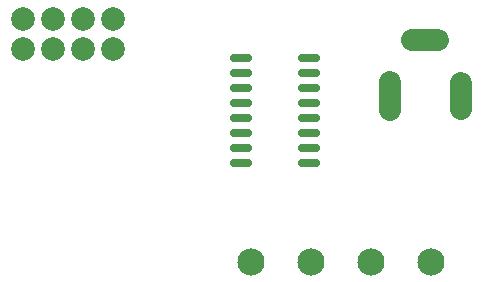
<source format=gts>
G04 Layer: TopSolderMaskLayer*
G04 EasyEDA v6.4.20.6, 2021-08-18T22:01:06+01:00*
G04 0f83d257b5034ebfbbe3f03d496d4c61,10*
G04 Gerber Generator version 0.2*
G04 Scale: 100 percent, Rotated: No, Reflected: No *
G04 Dimensions in millimeters *
G04 leading zeros omitted , absolute positions ,4 integer and 5 decimal *
%FSLAX45Y45*%
%MOMM*%

%ADD17C,1.9016*%
%ADD18C,0.6616*%
%ADD19C,2.3016*%
%ADD20C,2.0032*%

%LPD*%
D17*
X5719800Y7809621D02*
G01*
X5719800Y7569621D01*
X6319799Y7579621D02*
G01*
X6319799Y7799621D01*
X6129825Y8159953D02*
G01*
X5909825Y8159953D01*
D18*
X4977798Y7124700D02*
G01*
X5096299Y7124700D01*
X4977798Y7251700D02*
G01*
X5096299Y7251700D01*
X4977798Y7378700D02*
G01*
X5096299Y7378700D01*
X4977798Y7505700D02*
G01*
X5096299Y7505700D01*
X4977798Y7632700D02*
G01*
X5096299Y7632700D01*
X4977798Y7759700D02*
G01*
X5096299Y7759700D01*
X4977798Y7886700D02*
G01*
X5096299Y7886700D01*
X4977798Y8013700D02*
G01*
X5096299Y8013700D01*
X4403300Y7124700D02*
G01*
X4521801Y7124700D01*
X4403300Y7251700D02*
G01*
X4521801Y7251700D01*
X4403300Y7378700D02*
G01*
X4521801Y7378700D01*
X4403300Y7505700D02*
G01*
X4521801Y7505700D01*
X4403300Y7632700D02*
G01*
X4521801Y7632700D01*
X4403300Y7759700D02*
G01*
X4521801Y7759700D01*
X4403300Y7886700D02*
G01*
X4521801Y7886700D01*
X4403300Y8013700D02*
G01*
X4521801Y8013700D01*
D19*
G01*
X4546600Y6286500D03*
G01*
X5054600Y6286500D03*
G01*
X5562600Y6286500D03*
G01*
X6070600Y6286500D03*
D20*
G01*
X3378200Y8089900D03*
G01*
X3124200Y8089900D03*
G01*
X2870200Y8089900D03*
G01*
X2616200Y8089900D03*
G01*
X2616200Y8343900D03*
G01*
X2870200Y8343900D03*
G01*
X3124200Y8343900D03*
G01*
X3378200Y8343900D03*
M02*

</source>
